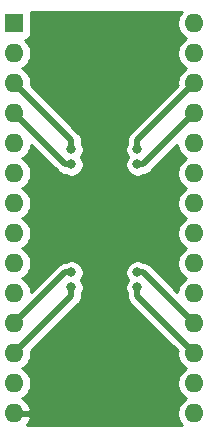
<source format=gbr>
%TF.GenerationSoftware,KiCad,Pcbnew,(5.1.6)-1*%
%TF.CreationDate,2021-05-02T16:05:47+02:00*%
%TF.ProjectId,nv-fram,6e762d66-7261-46d2-9e6b-696361645f70,rev?*%
%TF.SameCoordinates,Original*%
%TF.FileFunction,Copper,L2,Bot*%
%TF.FilePolarity,Positive*%
%FSLAX46Y46*%
G04 Gerber Fmt 4.6, Leading zero omitted, Abs format (unit mm)*
G04 Created by KiCad (PCBNEW (5.1.6)-1) date 2021-05-02 16:05:47*
%MOMM*%
%LPD*%
G01*
G04 APERTURE LIST*
%TA.AperFunction,ComponentPad*%
%ADD10O,1.600000X1.600000*%
%TD*%
%TA.AperFunction,ComponentPad*%
%ADD11R,1.600000X1.600000*%
%TD*%
%TA.AperFunction,ViaPad*%
%ADD12C,0.800000*%
%TD*%
%TA.AperFunction,Conductor*%
%ADD13C,0.500000*%
%TD*%
%TA.AperFunction,Conductor*%
%ADD14C,0.254000*%
%TD*%
G04 APERTURE END LIST*
D10*
%TO.P,J1,28*%
%TO.N,Net-(J1-Pad28)*%
X152400000Y-72390000D03*
%TO.P,J1,14*%
%TO.N,GND*%
X137160000Y-105410000D03*
%TO.P,J1,27*%
%TO.N,Net-(J1-Pad27)*%
X152400000Y-74930000D03*
%TO.P,J1,13*%
%TO.N,Net-(J1-Pad13)*%
X137160000Y-102870000D03*
%TO.P,J1,26*%
%TO.N,Net-(J1-Pad26)*%
X152400000Y-77470000D03*
%TO.P,J1,12*%
%TO.N,Net-(J1-Pad12)*%
X137160000Y-100330000D03*
%TO.P,J1,25*%
%TO.N,Net-(J1-Pad25)*%
X152400000Y-80010000D03*
%TO.P,J1,11*%
%TO.N,Net-(J1-Pad11)*%
X137160000Y-97790000D03*
%TO.P,J1,24*%
%TO.N,Net-(J1-Pad24)*%
X152400000Y-82550000D03*
%TO.P,J1,10*%
%TO.N,Net-(J1-Pad10)*%
X137160000Y-95250000D03*
%TO.P,J1,23*%
%TO.N,Net-(J1-Pad23)*%
X152400000Y-85090000D03*
%TO.P,J1,9*%
%TO.N,Net-(J1-Pad9)*%
X137160000Y-92710000D03*
%TO.P,J1,22*%
%TO.N,Net-(J1-Pad22)*%
X152400000Y-87630000D03*
%TO.P,J1,8*%
%TO.N,Net-(J1-Pad8)*%
X137160000Y-90170000D03*
%TO.P,J1,21*%
%TO.N,Net-(J1-Pad21)*%
X152400000Y-90170000D03*
%TO.P,J1,7*%
%TO.N,Net-(J1-Pad7)*%
X137160000Y-87630000D03*
%TO.P,J1,20*%
%TO.N,Net-(J1-Pad20)*%
X152400000Y-92710000D03*
%TO.P,J1,6*%
%TO.N,Net-(J1-Pad6)*%
X137160000Y-85090000D03*
%TO.P,J1,19*%
%TO.N,Net-(J1-Pad19)*%
X152400000Y-95250000D03*
%TO.P,J1,5*%
%TO.N,Net-(J1-Pad5)*%
X137160000Y-82550000D03*
%TO.P,J1,18*%
%TO.N,Net-(J1-Pad18)*%
X152400000Y-97790000D03*
%TO.P,J1,4*%
%TO.N,Net-(J1-Pad4)*%
X137160000Y-80010000D03*
%TO.P,J1,17*%
%TO.N,Net-(J1-Pad17)*%
X152400000Y-100330000D03*
%TO.P,J1,3*%
%TO.N,Net-(J1-Pad3)*%
X137160000Y-77470000D03*
%TO.P,J1,16*%
%TO.N,Net-(J1-Pad16)*%
X152400000Y-102870000D03*
%TO.P,J1,2*%
%TO.N,Net-(J1-Pad2)*%
X137160000Y-74930000D03*
%TO.P,J1,15*%
%TO.N,Net-(J1-Pad15)*%
X152400000Y-105410000D03*
D11*
%TO.P,J1,1*%
%TO.N,Net-(J1-Pad1)*%
X137160000Y-72390000D03*
%TD*%
D12*
%TO.N,Net-(J1-Pad26)*%
X147574000Y-83058000D03*
%TO.N,Net-(J1-Pad12)*%
X141986000Y-94742000D03*
%TO.N,Net-(J1-Pad25)*%
X147574000Y-84328000D03*
%TO.N,Net-(J1-Pad11)*%
X141986000Y-93472000D03*
%TO.N,Net-(J1-Pad18)*%
X147574000Y-93472000D03*
%TO.N,Net-(J1-Pad4)*%
X141986000Y-84328000D03*
%TO.N,Net-(J1-Pad17)*%
X147574000Y-94742000D03*
%TO.N,Net-(J1-Pad3)*%
X141986000Y-83058000D03*
%TD*%
D13*
%TO.N,Net-(J1-Pad26)*%
X152400000Y-77470000D02*
X147574000Y-82296000D01*
X147574000Y-82296000D02*
X147574000Y-83058000D01*
%TO.N,Net-(J1-Pad12)*%
X137160000Y-100330000D02*
X141986000Y-95504000D01*
X141986000Y-95504000D02*
X141986000Y-94742000D01*
%TO.N,Net-(J1-Pad25)*%
X152400000Y-80010000D02*
X148082000Y-84328000D01*
X148082000Y-84328000D02*
X147574000Y-84328000D01*
%TO.N,Net-(J1-Pad11)*%
X137160000Y-97790000D02*
X141478000Y-93472000D01*
X141478000Y-93472000D02*
X141986000Y-93472000D01*
%TO.N,Net-(J1-Pad18)*%
X152400000Y-97790000D02*
X148082000Y-93472000D01*
X148082000Y-93472000D02*
X147574000Y-93472000D01*
%TO.N,Net-(J1-Pad4)*%
X137160000Y-80010000D02*
X141478000Y-84328000D01*
X141478000Y-84328000D02*
X141986000Y-84328000D01*
%TO.N,Net-(J1-Pad17)*%
X152400000Y-100330000D02*
X147574000Y-95504000D01*
X147574000Y-95504000D02*
X147574000Y-94742000D01*
%TO.N,Net-(J1-Pad3)*%
X137160000Y-77470000D02*
X141986000Y-82296000D01*
X141986000Y-82296000D02*
X141986000Y-83058000D01*
%TD*%
D14*
%TO.N,GND*%
G36*
X151285363Y-71475241D02*
G01*
X151128320Y-71710273D01*
X151020147Y-71971426D01*
X150965000Y-72248665D01*
X150965000Y-72531335D01*
X151020147Y-72808574D01*
X151128320Y-73069727D01*
X151285363Y-73304759D01*
X151485241Y-73504637D01*
X151717759Y-73660000D01*
X151485241Y-73815363D01*
X151285363Y-74015241D01*
X151128320Y-74250273D01*
X151020147Y-74511426D01*
X150965000Y-74788665D01*
X150965000Y-75071335D01*
X151020147Y-75348574D01*
X151128320Y-75609727D01*
X151285363Y-75844759D01*
X151485241Y-76044637D01*
X151717759Y-76200000D01*
X151485241Y-76355363D01*
X151285363Y-76555241D01*
X151128320Y-76790273D01*
X151020147Y-77051426D01*
X150965000Y-77328665D01*
X150965000Y-77611335D01*
X150971983Y-77646439D01*
X146978956Y-81639466D01*
X146945183Y-81667183D01*
X146834589Y-81801942D01*
X146752411Y-81955688D01*
X146701805Y-82122511D01*
X146689000Y-82252524D01*
X146689000Y-82252531D01*
X146684719Y-82296000D01*
X146689000Y-82339469D01*
X146689000Y-82519546D01*
X146656795Y-82567744D01*
X146578774Y-82756102D01*
X146539000Y-82956061D01*
X146539000Y-83159939D01*
X146578774Y-83359898D01*
X146656795Y-83548256D01*
X146753510Y-83693000D01*
X146656795Y-83837744D01*
X146578774Y-84026102D01*
X146539000Y-84226061D01*
X146539000Y-84429939D01*
X146578774Y-84629898D01*
X146656795Y-84818256D01*
X146770063Y-84987774D01*
X146914226Y-85131937D01*
X147083744Y-85245205D01*
X147272102Y-85323226D01*
X147472061Y-85363000D01*
X147675939Y-85363000D01*
X147875898Y-85323226D01*
X148064256Y-85245205D01*
X148110204Y-85214503D01*
X148125469Y-85213000D01*
X148125477Y-85213000D01*
X148255490Y-85200195D01*
X148422313Y-85149589D01*
X148576059Y-85067411D01*
X148710817Y-84956817D01*
X148738534Y-84923044D01*
X150965870Y-82695709D01*
X151020147Y-82968574D01*
X151128320Y-83229727D01*
X151285363Y-83464759D01*
X151485241Y-83664637D01*
X151717759Y-83820000D01*
X151485241Y-83975363D01*
X151285363Y-84175241D01*
X151128320Y-84410273D01*
X151020147Y-84671426D01*
X150965000Y-84948665D01*
X150965000Y-85231335D01*
X151020147Y-85508574D01*
X151128320Y-85769727D01*
X151285363Y-86004759D01*
X151485241Y-86204637D01*
X151717759Y-86360000D01*
X151485241Y-86515363D01*
X151285363Y-86715241D01*
X151128320Y-86950273D01*
X151020147Y-87211426D01*
X150965000Y-87488665D01*
X150965000Y-87771335D01*
X151020147Y-88048574D01*
X151128320Y-88309727D01*
X151285363Y-88544759D01*
X151485241Y-88744637D01*
X151717759Y-88900000D01*
X151485241Y-89055363D01*
X151285363Y-89255241D01*
X151128320Y-89490273D01*
X151020147Y-89751426D01*
X150965000Y-90028665D01*
X150965000Y-90311335D01*
X151020147Y-90588574D01*
X151128320Y-90849727D01*
X151285363Y-91084759D01*
X151485241Y-91284637D01*
X151717759Y-91440000D01*
X151485241Y-91595363D01*
X151285363Y-91795241D01*
X151128320Y-92030273D01*
X151020147Y-92291426D01*
X150965000Y-92568665D01*
X150965000Y-92851335D01*
X151020147Y-93128574D01*
X151128320Y-93389727D01*
X151285363Y-93624759D01*
X151485241Y-93824637D01*
X151717759Y-93980000D01*
X151485241Y-94135363D01*
X151285363Y-94335241D01*
X151128320Y-94570273D01*
X151020147Y-94831426D01*
X150965870Y-95104291D01*
X148738534Y-92876956D01*
X148710817Y-92843183D01*
X148576059Y-92732589D01*
X148422313Y-92650411D01*
X148255490Y-92599805D01*
X148125477Y-92587000D01*
X148125469Y-92587000D01*
X148110204Y-92585497D01*
X148064256Y-92554795D01*
X147875898Y-92476774D01*
X147675939Y-92437000D01*
X147472061Y-92437000D01*
X147272102Y-92476774D01*
X147083744Y-92554795D01*
X146914226Y-92668063D01*
X146770063Y-92812226D01*
X146656795Y-92981744D01*
X146578774Y-93170102D01*
X146539000Y-93370061D01*
X146539000Y-93573939D01*
X146578774Y-93773898D01*
X146656795Y-93962256D01*
X146753510Y-94107000D01*
X146656795Y-94251744D01*
X146578774Y-94440102D01*
X146539000Y-94640061D01*
X146539000Y-94843939D01*
X146578774Y-95043898D01*
X146656795Y-95232256D01*
X146689000Y-95280454D01*
X146689000Y-95460531D01*
X146684719Y-95504000D01*
X146689000Y-95547469D01*
X146689000Y-95547476D01*
X146701805Y-95677489D01*
X146752411Y-95844312D01*
X146834589Y-95998058D01*
X146945183Y-96132817D01*
X146978956Y-96160534D01*
X150971983Y-100153561D01*
X150965000Y-100188665D01*
X150965000Y-100471335D01*
X151020147Y-100748574D01*
X151128320Y-101009727D01*
X151285363Y-101244759D01*
X151485241Y-101444637D01*
X151717759Y-101600000D01*
X151485241Y-101755363D01*
X151285363Y-101955241D01*
X151128320Y-102190273D01*
X151020147Y-102451426D01*
X150965000Y-102728665D01*
X150965000Y-103011335D01*
X151020147Y-103288574D01*
X151128320Y-103549727D01*
X151285363Y-103784759D01*
X151485241Y-103984637D01*
X151717759Y-104140000D01*
X151485241Y-104295363D01*
X151285363Y-104495241D01*
X151128320Y-104730273D01*
X151020147Y-104991426D01*
X150965000Y-105268665D01*
X150965000Y-105551335D01*
X151020147Y-105828574D01*
X151128320Y-106089727D01*
X151285363Y-106324759D01*
X151361604Y-106401000D01*
X138193099Y-106401000D01*
X138223519Y-106373414D01*
X138391037Y-106147420D01*
X138511246Y-105893087D01*
X138551904Y-105759039D01*
X138429915Y-105537000D01*
X137287000Y-105537000D01*
X137287000Y-105557000D01*
X137033000Y-105557000D01*
X137033000Y-105537000D01*
X137013000Y-105537000D01*
X137013000Y-105283000D01*
X137033000Y-105283000D01*
X137033000Y-105263000D01*
X137287000Y-105263000D01*
X137287000Y-105283000D01*
X138429915Y-105283000D01*
X138551904Y-105060961D01*
X138511246Y-104926913D01*
X138391037Y-104672580D01*
X138223519Y-104446586D01*
X138015131Y-104257615D01*
X137829135Y-104146067D01*
X137839727Y-104141680D01*
X138074759Y-103984637D01*
X138274637Y-103784759D01*
X138431680Y-103549727D01*
X138539853Y-103288574D01*
X138595000Y-103011335D01*
X138595000Y-102728665D01*
X138539853Y-102451426D01*
X138431680Y-102190273D01*
X138274637Y-101955241D01*
X138074759Y-101755363D01*
X137842241Y-101600000D01*
X138074759Y-101444637D01*
X138274637Y-101244759D01*
X138431680Y-101009727D01*
X138539853Y-100748574D01*
X138595000Y-100471335D01*
X138595000Y-100188665D01*
X138588017Y-100153561D01*
X142581051Y-96160528D01*
X142614817Y-96132817D01*
X142642533Y-96099046D01*
X142725411Y-95998059D01*
X142807589Y-95844314D01*
X142858195Y-95677490D01*
X142859996Y-95659205D01*
X142871000Y-95547477D01*
X142871000Y-95547469D01*
X142875281Y-95504000D01*
X142871000Y-95460531D01*
X142871000Y-95280454D01*
X142903205Y-95232256D01*
X142981226Y-95043898D01*
X143021000Y-94843939D01*
X143021000Y-94640061D01*
X142981226Y-94440102D01*
X142903205Y-94251744D01*
X142806490Y-94107000D01*
X142903205Y-93962256D01*
X142981226Y-93773898D01*
X143021000Y-93573939D01*
X143021000Y-93370061D01*
X142981226Y-93170102D01*
X142903205Y-92981744D01*
X142789937Y-92812226D01*
X142645774Y-92668063D01*
X142476256Y-92554795D01*
X142287898Y-92476774D01*
X142087939Y-92437000D01*
X141884061Y-92437000D01*
X141684102Y-92476774D01*
X141495744Y-92554795D01*
X141449795Y-92585497D01*
X141434533Y-92587000D01*
X141434523Y-92587000D01*
X141304510Y-92599805D01*
X141137687Y-92650411D01*
X140983941Y-92732589D01*
X140983939Y-92732590D01*
X140983940Y-92732590D01*
X140882953Y-92815468D01*
X140882951Y-92815470D01*
X140849183Y-92843183D01*
X140821470Y-92876951D01*
X138594130Y-95104291D01*
X138539853Y-94831426D01*
X138431680Y-94570273D01*
X138274637Y-94335241D01*
X138074759Y-94135363D01*
X137842241Y-93980000D01*
X138074759Y-93824637D01*
X138274637Y-93624759D01*
X138431680Y-93389727D01*
X138539853Y-93128574D01*
X138595000Y-92851335D01*
X138595000Y-92568665D01*
X138539853Y-92291426D01*
X138431680Y-92030273D01*
X138274637Y-91795241D01*
X138074759Y-91595363D01*
X137842241Y-91440000D01*
X138074759Y-91284637D01*
X138274637Y-91084759D01*
X138431680Y-90849727D01*
X138539853Y-90588574D01*
X138595000Y-90311335D01*
X138595000Y-90028665D01*
X138539853Y-89751426D01*
X138431680Y-89490273D01*
X138274637Y-89255241D01*
X138074759Y-89055363D01*
X137842241Y-88900000D01*
X138074759Y-88744637D01*
X138274637Y-88544759D01*
X138431680Y-88309727D01*
X138539853Y-88048574D01*
X138595000Y-87771335D01*
X138595000Y-87488665D01*
X138539853Y-87211426D01*
X138431680Y-86950273D01*
X138274637Y-86715241D01*
X138074759Y-86515363D01*
X137842241Y-86360000D01*
X138074759Y-86204637D01*
X138274637Y-86004759D01*
X138431680Y-85769727D01*
X138539853Y-85508574D01*
X138595000Y-85231335D01*
X138595000Y-84948665D01*
X138539853Y-84671426D01*
X138431680Y-84410273D01*
X138274637Y-84175241D01*
X138074759Y-83975363D01*
X137842241Y-83820000D01*
X138074759Y-83664637D01*
X138274637Y-83464759D01*
X138431680Y-83229727D01*
X138539853Y-82968574D01*
X138594130Y-82695709D01*
X140821470Y-84923049D01*
X140849183Y-84956817D01*
X140882951Y-84984530D01*
X140882953Y-84984532D01*
X140954452Y-85043210D01*
X140983941Y-85067411D01*
X141137687Y-85149589D01*
X141304510Y-85200195D01*
X141434523Y-85213000D01*
X141434533Y-85213000D01*
X141449795Y-85214503D01*
X141495744Y-85245205D01*
X141684102Y-85323226D01*
X141884061Y-85363000D01*
X142087939Y-85363000D01*
X142287898Y-85323226D01*
X142476256Y-85245205D01*
X142645774Y-85131937D01*
X142789937Y-84987774D01*
X142903205Y-84818256D01*
X142981226Y-84629898D01*
X143021000Y-84429939D01*
X143021000Y-84226061D01*
X142981226Y-84026102D01*
X142903205Y-83837744D01*
X142806490Y-83693000D01*
X142903205Y-83548256D01*
X142981226Y-83359898D01*
X143021000Y-83159939D01*
X143021000Y-82956061D01*
X142981226Y-82756102D01*
X142903205Y-82567744D01*
X142871000Y-82519546D01*
X142871000Y-82339469D01*
X142875281Y-82296000D01*
X142871000Y-82252531D01*
X142871000Y-82252523D01*
X142858195Y-82122510D01*
X142840074Y-82062774D01*
X142807589Y-81955686D01*
X142725411Y-81801941D01*
X142642532Y-81700953D01*
X142642530Y-81700951D01*
X142614817Y-81667183D01*
X142581051Y-81639472D01*
X138588017Y-77646439D01*
X138595000Y-77611335D01*
X138595000Y-77328665D01*
X138539853Y-77051426D01*
X138431680Y-76790273D01*
X138274637Y-76555241D01*
X138074759Y-76355363D01*
X137842241Y-76200000D01*
X138074759Y-76044637D01*
X138274637Y-75844759D01*
X138431680Y-75609727D01*
X138539853Y-75348574D01*
X138595000Y-75071335D01*
X138595000Y-74788665D01*
X138539853Y-74511426D01*
X138431680Y-74250273D01*
X138274637Y-74015241D01*
X138076039Y-73816643D01*
X138084482Y-73815812D01*
X138204180Y-73779502D01*
X138314494Y-73720537D01*
X138411185Y-73641185D01*
X138490537Y-73544494D01*
X138549502Y-73434180D01*
X138585812Y-73314482D01*
X138598072Y-73190000D01*
X138598072Y-71590000D01*
X138585812Y-71465518D01*
X138565634Y-71399000D01*
X151361604Y-71399000D01*
X151285363Y-71475241D01*
G37*
X151285363Y-71475241D02*
X151128320Y-71710273D01*
X151020147Y-71971426D01*
X150965000Y-72248665D01*
X150965000Y-72531335D01*
X151020147Y-72808574D01*
X151128320Y-73069727D01*
X151285363Y-73304759D01*
X151485241Y-73504637D01*
X151717759Y-73660000D01*
X151485241Y-73815363D01*
X151285363Y-74015241D01*
X151128320Y-74250273D01*
X151020147Y-74511426D01*
X150965000Y-74788665D01*
X150965000Y-75071335D01*
X151020147Y-75348574D01*
X151128320Y-75609727D01*
X151285363Y-75844759D01*
X151485241Y-76044637D01*
X151717759Y-76200000D01*
X151485241Y-76355363D01*
X151285363Y-76555241D01*
X151128320Y-76790273D01*
X151020147Y-77051426D01*
X150965000Y-77328665D01*
X150965000Y-77611335D01*
X150971983Y-77646439D01*
X146978956Y-81639466D01*
X146945183Y-81667183D01*
X146834589Y-81801942D01*
X146752411Y-81955688D01*
X146701805Y-82122511D01*
X146689000Y-82252524D01*
X146689000Y-82252531D01*
X146684719Y-82296000D01*
X146689000Y-82339469D01*
X146689000Y-82519546D01*
X146656795Y-82567744D01*
X146578774Y-82756102D01*
X146539000Y-82956061D01*
X146539000Y-83159939D01*
X146578774Y-83359898D01*
X146656795Y-83548256D01*
X146753510Y-83693000D01*
X146656795Y-83837744D01*
X146578774Y-84026102D01*
X146539000Y-84226061D01*
X146539000Y-84429939D01*
X146578774Y-84629898D01*
X146656795Y-84818256D01*
X146770063Y-84987774D01*
X146914226Y-85131937D01*
X147083744Y-85245205D01*
X147272102Y-85323226D01*
X147472061Y-85363000D01*
X147675939Y-85363000D01*
X147875898Y-85323226D01*
X148064256Y-85245205D01*
X148110204Y-85214503D01*
X148125469Y-85213000D01*
X148125477Y-85213000D01*
X148255490Y-85200195D01*
X148422313Y-85149589D01*
X148576059Y-85067411D01*
X148710817Y-84956817D01*
X148738534Y-84923044D01*
X150965870Y-82695709D01*
X151020147Y-82968574D01*
X151128320Y-83229727D01*
X151285363Y-83464759D01*
X151485241Y-83664637D01*
X151717759Y-83820000D01*
X151485241Y-83975363D01*
X151285363Y-84175241D01*
X151128320Y-84410273D01*
X151020147Y-84671426D01*
X150965000Y-84948665D01*
X150965000Y-85231335D01*
X151020147Y-85508574D01*
X151128320Y-85769727D01*
X151285363Y-86004759D01*
X151485241Y-86204637D01*
X151717759Y-86360000D01*
X151485241Y-86515363D01*
X151285363Y-86715241D01*
X151128320Y-86950273D01*
X151020147Y-87211426D01*
X150965000Y-87488665D01*
X150965000Y-87771335D01*
X151020147Y-88048574D01*
X151128320Y-88309727D01*
X151285363Y-88544759D01*
X151485241Y-88744637D01*
X151717759Y-88900000D01*
X151485241Y-89055363D01*
X151285363Y-89255241D01*
X151128320Y-89490273D01*
X151020147Y-89751426D01*
X150965000Y-90028665D01*
X150965000Y-90311335D01*
X151020147Y-90588574D01*
X151128320Y-90849727D01*
X151285363Y-91084759D01*
X151485241Y-91284637D01*
X151717759Y-91440000D01*
X151485241Y-91595363D01*
X151285363Y-91795241D01*
X151128320Y-92030273D01*
X151020147Y-92291426D01*
X150965000Y-92568665D01*
X150965000Y-92851335D01*
X151020147Y-93128574D01*
X151128320Y-93389727D01*
X151285363Y-93624759D01*
X151485241Y-93824637D01*
X151717759Y-93980000D01*
X151485241Y-94135363D01*
X151285363Y-94335241D01*
X151128320Y-94570273D01*
X151020147Y-94831426D01*
X150965870Y-95104291D01*
X148738534Y-92876956D01*
X148710817Y-92843183D01*
X148576059Y-92732589D01*
X148422313Y-92650411D01*
X148255490Y-92599805D01*
X148125477Y-92587000D01*
X148125469Y-92587000D01*
X148110204Y-92585497D01*
X148064256Y-92554795D01*
X147875898Y-92476774D01*
X147675939Y-92437000D01*
X147472061Y-92437000D01*
X147272102Y-92476774D01*
X147083744Y-92554795D01*
X146914226Y-92668063D01*
X146770063Y-92812226D01*
X146656795Y-92981744D01*
X146578774Y-93170102D01*
X146539000Y-93370061D01*
X146539000Y-93573939D01*
X146578774Y-93773898D01*
X146656795Y-93962256D01*
X146753510Y-94107000D01*
X146656795Y-94251744D01*
X146578774Y-94440102D01*
X146539000Y-94640061D01*
X146539000Y-94843939D01*
X146578774Y-95043898D01*
X146656795Y-95232256D01*
X146689000Y-95280454D01*
X146689000Y-95460531D01*
X146684719Y-95504000D01*
X146689000Y-95547469D01*
X146689000Y-95547476D01*
X146701805Y-95677489D01*
X146752411Y-95844312D01*
X146834589Y-95998058D01*
X146945183Y-96132817D01*
X146978956Y-96160534D01*
X150971983Y-100153561D01*
X150965000Y-100188665D01*
X150965000Y-100471335D01*
X151020147Y-100748574D01*
X151128320Y-101009727D01*
X151285363Y-101244759D01*
X151485241Y-101444637D01*
X151717759Y-101600000D01*
X151485241Y-101755363D01*
X151285363Y-101955241D01*
X151128320Y-102190273D01*
X151020147Y-102451426D01*
X150965000Y-102728665D01*
X150965000Y-103011335D01*
X151020147Y-103288574D01*
X151128320Y-103549727D01*
X151285363Y-103784759D01*
X151485241Y-103984637D01*
X151717759Y-104140000D01*
X151485241Y-104295363D01*
X151285363Y-104495241D01*
X151128320Y-104730273D01*
X151020147Y-104991426D01*
X150965000Y-105268665D01*
X150965000Y-105551335D01*
X151020147Y-105828574D01*
X151128320Y-106089727D01*
X151285363Y-106324759D01*
X151361604Y-106401000D01*
X138193099Y-106401000D01*
X138223519Y-106373414D01*
X138391037Y-106147420D01*
X138511246Y-105893087D01*
X138551904Y-105759039D01*
X138429915Y-105537000D01*
X137287000Y-105537000D01*
X137287000Y-105557000D01*
X137033000Y-105557000D01*
X137033000Y-105537000D01*
X137013000Y-105537000D01*
X137013000Y-105283000D01*
X137033000Y-105283000D01*
X137033000Y-105263000D01*
X137287000Y-105263000D01*
X137287000Y-105283000D01*
X138429915Y-105283000D01*
X138551904Y-105060961D01*
X138511246Y-104926913D01*
X138391037Y-104672580D01*
X138223519Y-104446586D01*
X138015131Y-104257615D01*
X137829135Y-104146067D01*
X137839727Y-104141680D01*
X138074759Y-103984637D01*
X138274637Y-103784759D01*
X138431680Y-103549727D01*
X138539853Y-103288574D01*
X138595000Y-103011335D01*
X138595000Y-102728665D01*
X138539853Y-102451426D01*
X138431680Y-102190273D01*
X138274637Y-101955241D01*
X138074759Y-101755363D01*
X137842241Y-101600000D01*
X138074759Y-101444637D01*
X138274637Y-101244759D01*
X138431680Y-101009727D01*
X138539853Y-100748574D01*
X138595000Y-100471335D01*
X138595000Y-100188665D01*
X138588017Y-100153561D01*
X142581051Y-96160528D01*
X142614817Y-96132817D01*
X142642533Y-96099046D01*
X142725411Y-95998059D01*
X142807589Y-95844314D01*
X142858195Y-95677490D01*
X142859996Y-95659205D01*
X142871000Y-95547477D01*
X142871000Y-95547469D01*
X142875281Y-95504000D01*
X142871000Y-95460531D01*
X142871000Y-95280454D01*
X142903205Y-95232256D01*
X142981226Y-95043898D01*
X143021000Y-94843939D01*
X143021000Y-94640061D01*
X142981226Y-94440102D01*
X142903205Y-94251744D01*
X142806490Y-94107000D01*
X142903205Y-93962256D01*
X142981226Y-93773898D01*
X143021000Y-93573939D01*
X143021000Y-93370061D01*
X142981226Y-93170102D01*
X142903205Y-92981744D01*
X142789937Y-92812226D01*
X142645774Y-92668063D01*
X142476256Y-92554795D01*
X142287898Y-92476774D01*
X142087939Y-92437000D01*
X141884061Y-92437000D01*
X141684102Y-92476774D01*
X141495744Y-92554795D01*
X141449795Y-92585497D01*
X141434533Y-92587000D01*
X141434523Y-92587000D01*
X141304510Y-92599805D01*
X141137687Y-92650411D01*
X140983941Y-92732589D01*
X140983939Y-92732590D01*
X140983940Y-92732590D01*
X140882953Y-92815468D01*
X140882951Y-92815470D01*
X140849183Y-92843183D01*
X140821470Y-92876951D01*
X138594130Y-95104291D01*
X138539853Y-94831426D01*
X138431680Y-94570273D01*
X138274637Y-94335241D01*
X138074759Y-94135363D01*
X137842241Y-93980000D01*
X138074759Y-93824637D01*
X138274637Y-93624759D01*
X138431680Y-93389727D01*
X138539853Y-93128574D01*
X138595000Y-92851335D01*
X138595000Y-92568665D01*
X138539853Y-92291426D01*
X138431680Y-92030273D01*
X138274637Y-91795241D01*
X138074759Y-91595363D01*
X137842241Y-91440000D01*
X138074759Y-91284637D01*
X138274637Y-91084759D01*
X138431680Y-90849727D01*
X138539853Y-90588574D01*
X138595000Y-90311335D01*
X138595000Y-90028665D01*
X138539853Y-89751426D01*
X138431680Y-89490273D01*
X138274637Y-89255241D01*
X138074759Y-89055363D01*
X137842241Y-88900000D01*
X138074759Y-88744637D01*
X138274637Y-88544759D01*
X138431680Y-88309727D01*
X138539853Y-88048574D01*
X138595000Y-87771335D01*
X138595000Y-87488665D01*
X138539853Y-87211426D01*
X138431680Y-86950273D01*
X138274637Y-86715241D01*
X138074759Y-86515363D01*
X137842241Y-86360000D01*
X138074759Y-86204637D01*
X138274637Y-86004759D01*
X138431680Y-85769727D01*
X138539853Y-85508574D01*
X138595000Y-85231335D01*
X138595000Y-84948665D01*
X138539853Y-84671426D01*
X138431680Y-84410273D01*
X138274637Y-84175241D01*
X138074759Y-83975363D01*
X137842241Y-83820000D01*
X138074759Y-83664637D01*
X138274637Y-83464759D01*
X138431680Y-83229727D01*
X138539853Y-82968574D01*
X138594130Y-82695709D01*
X140821470Y-84923049D01*
X140849183Y-84956817D01*
X140882951Y-84984530D01*
X140882953Y-84984532D01*
X140954452Y-85043210D01*
X140983941Y-85067411D01*
X141137687Y-85149589D01*
X141304510Y-85200195D01*
X141434523Y-85213000D01*
X141434533Y-85213000D01*
X141449795Y-85214503D01*
X141495744Y-85245205D01*
X141684102Y-85323226D01*
X141884061Y-85363000D01*
X142087939Y-85363000D01*
X142287898Y-85323226D01*
X142476256Y-85245205D01*
X142645774Y-85131937D01*
X142789937Y-84987774D01*
X142903205Y-84818256D01*
X142981226Y-84629898D01*
X143021000Y-84429939D01*
X143021000Y-84226061D01*
X142981226Y-84026102D01*
X142903205Y-83837744D01*
X142806490Y-83693000D01*
X142903205Y-83548256D01*
X142981226Y-83359898D01*
X143021000Y-83159939D01*
X143021000Y-82956061D01*
X142981226Y-82756102D01*
X142903205Y-82567744D01*
X142871000Y-82519546D01*
X142871000Y-82339469D01*
X142875281Y-82296000D01*
X142871000Y-82252531D01*
X142871000Y-82252523D01*
X142858195Y-82122510D01*
X142840074Y-82062774D01*
X142807589Y-81955686D01*
X142725411Y-81801941D01*
X142642532Y-81700953D01*
X142642530Y-81700951D01*
X142614817Y-81667183D01*
X142581051Y-81639472D01*
X138588017Y-77646439D01*
X138595000Y-77611335D01*
X138595000Y-77328665D01*
X138539853Y-77051426D01*
X138431680Y-76790273D01*
X138274637Y-76555241D01*
X138074759Y-76355363D01*
X137842241Y-76200000D01*
X138074759Y-76044637D01*
X138274637Y-75844759D01*
X138431680Y-75609727D01*
X138539853Y-75348574D01*
X138595000Y-75071335D01*
X138595000Y-74788665D01*
X138539853Y-74511426D01*
X138431680Y-74250273D01*
X138274637Y-74015241D01*
X138076039Y-73816643D01*
X138084482Y-73815812D01*
X138204180Y-73779502D01*
X138314494Y-73720537D01*
X138411185Y-73641185D01*
X138490537Y-73544494D01*
X138549502Y-73434180D01*
X138585812Y-73314482D01*
X138598072Y-73190000D01*
X138598072Y-71590000D01*
X138585812Y-71465518D01*
X138565634Y-71399000D01*
X151361604Y-71399000D01*
X151285363Y-71475241D01*
%TD*%
M02*

</source>
